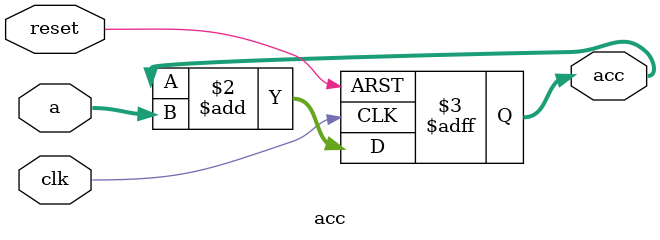
<source format=v>
module acc (
	    // Outputs
	    acc, 
	    // Inputs
	    clk, reset, a
	    ) ;
   input  clk, reset;
   input [7:0] a;
   output [7:0] acc;
   
   reg [7:0] 	acc;
   
   always @ (posedge clk or posedge reset) begin
      if (reset) begin
	 acc <= 0;
      end else begin
	 acc <= acc + a;
      end
   end
   
endmodule // acc

</source>
